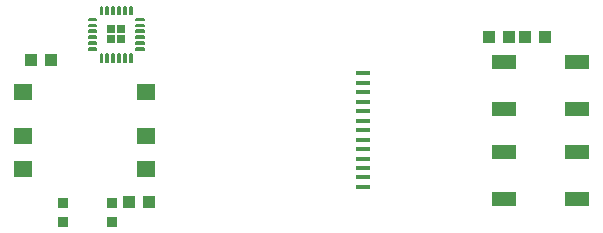
<source format=gbr>
G04 EAGLE Gerber RS-274X export*
G75*
%MOMM*%
%FSLAX34Y34*%
%LPD*%
%INSolderpaste Top*%
%IPPOS*%
%AMOC8*
5,1,8,0,0,1.08239X$1,22.5*%
G01*
%ADD10R,0.900000X0.900000*%
%ADD11R,1.200000X0.400000*%
%ADD12R,2.000000X1.200000*%
%ADD13R,1.500000X1.400000*%
%ADD14R,1.075000X1.000000*%
%ADD15C,0.140000*%
%ADD16R,0.650000X0.650000*%


D10*
X94160Y52450D03*
X94160Y36450D03*
X53160Y36450D03*
X53160Y52450D03*
D11*
X306400Y66300D03*
X306400Y74300D03*
X306400Y82300D03*
X306400Y90300D03*
X306400Y98300D03*
X306400Y106300D03*
X306400Y114300D03*
X306400Y122300D03*
X306400Y130300D03*
X306400Y138300D03*
X306400Y146300D03*
X306400Y154300D03*
X306400Y162300D03*
D12*
X488200Y56200D03*
X426200Y56200D03*
X426200Y96200D03*
X488200Y96200D03*
X426200Y172400D03*
X488200Y172400D03*
X488200Y132400D03*
X426200Y132400D03*
D13*
X19120Y146800D03*
X19120Y109800D03*
X19120Y81800D03*
X123120Y81800D03*
X123120Y109800D03*
X123120Y146800D03*
D14*
X108340Y53340D03*
X125340Y53340D03*
D15*
X81090Y208780D02*
X74490Y208780D01*
X81090Y208780D02*
X81090Y207380D01*
X74490Y207380D01*
X74490Y208780D01*
X74490Y208710D02*
X81090Y208710D01*
X81090Y203780D02*
X74490Y203780D01*
X81090Y203780D02*
X81090Y202380D01*
X74490Y202380D01*
X74490Y203780D01*
X74490Y203710D02*
X81090Y203710D01*
X81090Y198780D02*
X74490Y198780D01*
X81090Y198780D02*
X81090Y197380D01*
X74490Y197380D01*
X74490Y198780D01*
X74490Y198710D02*
X81090Y198710D01*
X81090Y193780D02*
X74490Y193780D01*
X81090Y193780D02*
X81090Y192380D01*
X74490Y192380D01*
X74490Y193780D01*
X74490Y193710D02*
X81090Y193710D01*
X81090Y188780D02*
X74490Y188780D01*
X81090Y188780D02*
X81090Y187380D01*
X74490Y187380D01*
X74490Y188780D01*
X74490Y188710D02*
X81090Y188710D01*
X81090Y183780D02*
X74490Y183780D01*
X81090Y183780D02*
X81090Y182380D01*
X74490Y182380D01*
X74490Y183780D01*
X74490Y183710D02*
X81090Y183710D01*
X85990Y178880D02*
X85990Y172280D01*
X84590Y172280D01*
X84590Y178880D01*
X85990Y178880D01*
X85990Y173610D02*
X84590Y173610D01*
X84590Y174940D02*
X85990Y174940D01*
X85990Y176270D02*
X84590Y176270D01*
X84590Y177600D02*
X85990Y177600D01*
X90990Y178880D02*
X90990Y172280D01*
X89590Y172280D01*
X89590Y178880D01*
X90990Y178880D01*
X90990Y173610D02*
X89590Y173610D01*
X89590Y174940D02*
X90990Y174940D01*
X90990Y176270D02*
X89590Y176270D01*
X89590Y177600D02*
X90990Y177600D01*
X95990Y178880D02*
X95990Y172280D01*
X94590Y172280D01*
X94590Y178880D01*
X95990Y178880D01*
X95990Y173610D02*
X94590Y173610D01*
X94590Y174940D02*
X95990Y174940D01*
X95990Y176270D02*
X94590Y176270D01*
X94590Y177600D02*
X95990Y177600D01*
X100990Y178880D02*
X100990Y172280D01*
X99590Y172280D01*
X99590Y178880D01*
X100990Y178880D01*
X100990Y173610D02*
X99590Y173610D01*
X99590Y174940D02*
X100990Y174940D01*
X100990Y176270D02*
X99590Y176270D01*
X99590Y177600D02*
X100990Y177600D01*
X105990Y178880D02*
X105990Y172280D01*
X104590Y172280D01*
X104590Y178880D01*
X105990Y178880D01*
X105990Y173610D02*
X104590Y173610D01*
X104590Y174940D02*
X105990Y174940D01*
X105990Y176270D02*
X104590Y176270D01*
X104590Y177600D02*
X105990Y177600D01*
X110990Y178880D02*
X110990Y172280D01*
X109590Y172280D01*
X109590Y178880D01*
X110990Y178880D01*
X110990Y173610D02*
X109590Y173610D01*
X109590Y174940D02*
X110990Y174940D01*
X110990Y176270D02*
X109590Y176270D01*
X109590Y177600D02*
X110990Y177600D01*
X114490Y182380D02*
X121090Y182380D01*
X114490Y182380D02*
X114490Y183780D01*
X121090Y183780D01*
X121090Y182380D01*
X121090Y183710D02*
X114490Y183710D01*
X114490Y187380D02*
X121090Y187380D01*
X114490Y187380D02*
X114490Y188780D01*
X121090Y188780D01*
X121090Y187380D01*
X121090Y188710D02*
X114490Y188710D01*
X114490Y192380D02*
X121090Y192380D01*
X114490Y192380D02*
X114490Y193780D01*
X121090Y193780D01*
X121090Y192380D01*
X121090Y193710D02*
X114490Y193710D01*
X114490Y197380D02*
X121090Y197380D01*
X114490Y197380D02*
X114490Y198780D01*
X121090Y198780D01*
X121090Y197380D01*
X121090Y198710D02*
X114490Y198710D01*
X114490Y202380D02*
X121090Y202380D01*
X114490Y202380D02*
X114490Y203780D01*
X121090Y203780D01*
X121090Y202380D01*
X121090Y203710D02*
X114490Y203710D01*
X114490Y207380D02*
X121090Y207380D01*
X114490Y207380D02*
X114490Y208780D01*
X121090Y208780D01*
X121090Y207380D01*
X121090Y208710D02*
X114490Y208710D01*
X109590Y212280D02*
X109590Y218880D01*
X110990Y218880D01*
X110990Y212280D01*
X109590Y212280D01*
X109590Y213610D02*
X110990Y213610D01*
X110990Y214940D02*
X109590Y214940D01*
X109590Y216270D02*
X110990Y216270D01*
X110990Y217600D02*
X109590Y217600D01*
X104590Y218880D02*
X104590Y212280D01*
X104590Y218880D02*
X105990Y218880D01*
X105990Y212280D01*
X104590Y212280D01*
X104590Y213610D02*
X105990Y213610D01*
X105990Y214940D02*
X104590Y214940D01*
X104590Y216270D02*
X105990Y216270D01*
X105990Y217600D02*
X104590Y217600D01*
X99590Y218880D02*
X99590Y212280D01*
X99590Y218880D02*
X100990Y218880D01*
X100990Y212280D01*
X99590Y212280D01*
X99590Y213610D02*
X100990Y213610D01*
X100990Y214940D02*
X99590Y214940D01*
X99590Y216270D02*
X100990Y216270D01*
X100990Y217600D02*
X99590Y217600D01*
X94590Y218880D02*
X94590Y212280D01*
X94590Y218880D02*
X95990Y218880D01*
X95990Y212280D01*
X94590Y212280D01*
X94590Y213610D02*
X95990Y213610D01*
X95990Y214940D02*
X94590Y214940D01*
X94590Y216270D02*
X95990Y216270D01*
X95990Y217600D02*
X94590Y217600D01*
X89590Y218880D02*
X89590Y212280D01*
X89590Y218880D02*
X90990Y218880D01*
X90990Y212280D01*
X89590Y212280D01*
X89590Y213610D02*
X90990Y213610D01*
X90990Y214940D02*
X89590Y214940D01*
X89590Y216270D02*
X90990Y216270D01*
X90990Y217600D02*
X89590Y217600D01*
X84590Y218880D02*
X84590Y212280D01*
X84590Y218880D02*
X85990Y218880D01*
X85990Y212280D01*
X84590Y212280D01*
X84590Y213610D02*
X85990Y213610D01*
X85990Y214940D02*
X84590Y214940D01*
X84590Y216270D02*
X85990Y216270D01*
X85990Y217600D02*
X84590Y217600D01*
D16*
X102040Y199830D03*
X102040Y191330D03*
X93540Y199830D03*
X93540Y191330D03*
D14*
X460620Y193040D03*
X443620Y193040D03*
X413140Y193040D03*
X430140Y193040D03*
X25790Y173990D03*
X42790Y173990D03*
M02*

</source>
